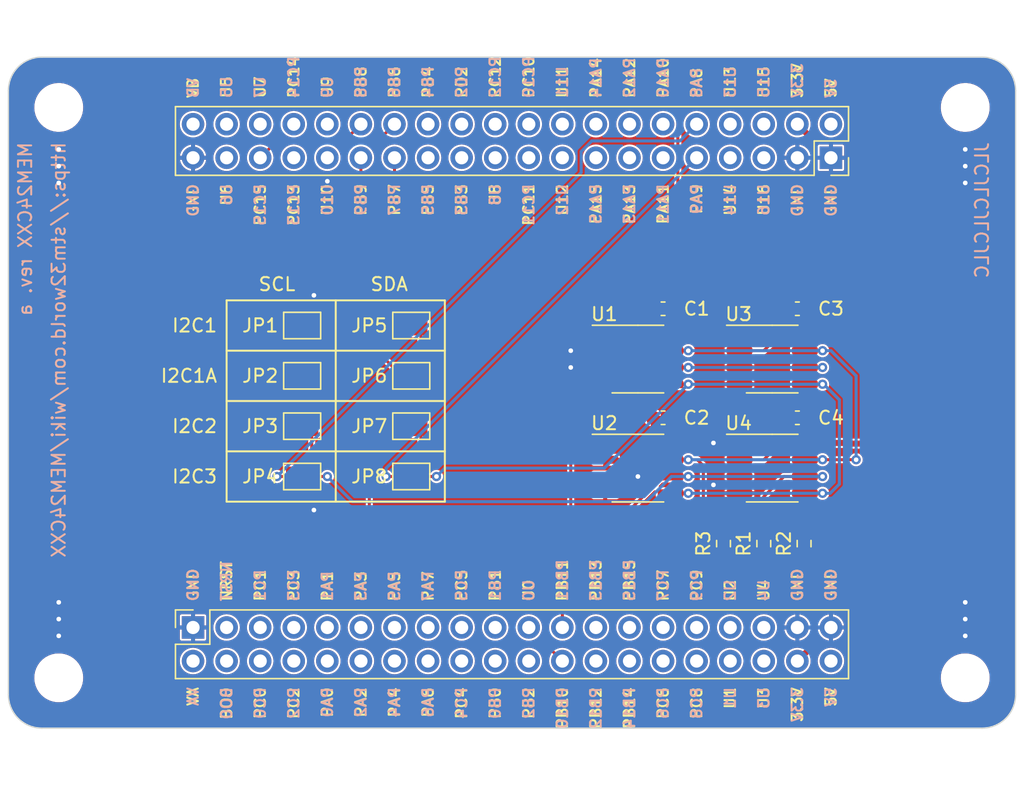
<source format=kicad_pcb>
(kicad_pcb (version 20221018) (generator pcbnew)
  (layers (0 "F.Cu" signal) (31 "B.Cu" signal) (34 "B.Paste" user) (35 "F.Paste" user) (36 "B.SilkS" user "B.Silkscreen") (37 "F.SilkS" user "F.Silkscreen") (38 "B.Mask" user) (39 "F.Mask" user) (44 "Edge.Cuts" user))
  (property "AUTHOR" "Lars Boegild Thomsen")
  (property "AUTHOR_EMAIL" "lbthomsen@gmail.com")
  (property "COMPANY" "STM32World")
  (property "NAME" "MEM24CXX")
  (property "REV" "a")
  (property "REVISION" "a")
  (property "TITLE" "MEM24CXX")
  (property "URL" "https://stm32world.com/wiki/MEM24CXX")
  (net 0 "")
  (net 1 "GND")
  (net 2 "SDA2")
  (net 3 "SCL2")
  (net 4 "+3V3")
  (net 5 "SDA3")
  (net 6 "SCL3")
  (net 7 "SDA1")
  (net 8 "SCL1")
  (net 9 "SDA1A")
  (net 10 "SCL1A")
  (net 21 "SDA")
  (net 22 "SCL")
  (net 23 "WP")
  (footprint "Package_SO:SOIC-8_3.9x4.9mm_P1.27mm" (layer "F.Cu") (at 203.835 126.365)
    (fp_text reference "U4")
    (fp_text value "M24M01")
  )
  (footprint "Package_SO:SOIC-8_3.9x4.9mm_P1.27mm" (layer "F.Cu") (at 193.675 118.11)
    (fp_text reference "U1")
    (fp_text value "M24M01")
  )
  (footprint "Jumper:SolderJumper-2_P1.3mm_Open_TrianglePad1.0x1.5mm" (layer "F.Cu") (at 168.275 123.19)
    (fp_text reference "JP3")
    (fp_text value "~")
  )
  (footprint "Capacitor_SMD:C_0603_1608Metric" (layer "F.Cu") (at 205.74 114.3 180)
    (fp_text reference "C3")
    (fp_text value "100nF")
  )
  (footprint "Jumper:SolderJumper-2_P1.3mm_Open_TrianglePad1.0x1.5mm" (layer "F.Cu") (at 168.275 115.57)
    (fp_text reference "JP1")
    (fp_text value "~")
  )
  (footprint "Jumper:SolderJumper-2_P1.3mm_Open_TrianglePad1.0x1.5mm" (layer "F.Cu") (at 176.53 127)
    (fp_text reference "JP8")
    (fp_text value "~")
  )
  (footprint "stm32world:STM32WORLD_BOARD" (layer "F.Cu") (at 184.15 120.65)
    (fp_text reference "J3" hide)
    (fp_text value "STM32WORLD_BASE")
  )
  (footprint "Jumper:SolderJumper-2_P1.3mm_Open_TrianglePad1.0x1.5mm" (layer "F.Cu") (at 168.275 127)
    (fp_text reference "JP4")
    (fp_text value "~")
  )
  (footprint "Jumper:SolderJumper-2_P1.3mm_Open_TrianglePad1.0x1.5mm" (layer "F.Cu") (at 176.53 123.19)
    (fp_text reference "JP7")
    (fp_text value "~")
  )
  (footprint "stm32world:PinSocket_2x20_P2.54mm_Vertical_Stackable" (layer "F.Cu") (at 208.28 102.87 -90)
    (fp_text reference "J2" hide)
    (fp_text value "STM32WORLD_CONNECTOR_2")
  )
  (footprint "Capacitor_SMD:C_0603_1608Metric" (layer "F.Cu") (at 195.58 122.555 180)
    (fp_text reference "C2")
    (fp_text value "100nF")
  )
  (footprint "Resistor_SMD:R_0603_1608Metric" (layer "F.Cu") (at 203.2 132.08 90)
    (fp_text reference "R1")
    (fp_text value "4k7")
  )
  (footprint "Package_SO:SOIC-8_3.9x4.9mm_P1.27mm" (layer "F.Cu") (at 203.835 118.11)
    (fp_text reference "U3")
    (fp_text value "M24M01")
  )
  (footprint "Resistor_SMD:R_0603_1608Metric" (layer "F.Cu") (at 200.152 132.08 -90)
    (fp_text reference "R3")
    (fp_text value "4k7")
  )
  (footprint "Jumper:SolderJumper-2_P1.3mm_Open_TrianglePad1.0x1.5mm" (layer "F.Cu") (at 176.53 115.57)
    (fp_text reference "JP5")
    (fp_text value "~")
  )
  (footprint "Capacitor_SMD:C_0603_1608Metric" (layer "F.Cu") (at 195.58 114.3 180)
    (fp_text reference "C1")
    (fp_text value "100nF")
  )
  (footprint "Capacitor_SMD:C_0603_1608Metric" (layer "F.Cu") (at 205.74 122.555 180)
    (fp_text reference "C4")
    (fp_text value "100nF")
  )
  (footprint "Jumper:SolderJumper-2_P1.3mm_Open_TrianglePad1.0x1.5mm" (layer "F.Cu") (at 168.275 119.38)
    (fp_text reference "JP2")
    (fp_text value "~")
  )
  (footprint "Jumper:SolderJumper-2_P1.3mm_Open_TrianglePad1.0x1.5mm" (layer "F.Cu") (at 176.53 119.38)
    (fp_text reference "JP6")
    (fp_text value "~")
  )
  (footprint "Package_SO:SOIC-8_3.9x4.9mm_P1.27mm" (layer "F.Cu") (at 193.675 126.365)
    (fp_text reference "U2")
    (fp_text value "M24M01")
  )
  (footprint "Resistor_SMD:R_0603_1608Metric" (layer "F.Cu") (at 206.248 132.08 90)
    (fp_text reference "R2")
    (fp_text value "4k7")
  )
  (footprint "stm32world:PinSocket_2x20_P2.54mm_Vertical_Stackable" (layer "F.Cu") (at 160.02 138.43 90)
    (fp_text reference "J1" hide)
    (fp_text value "STM32WORLD_CONNECTOR_1")
  )
  (gr_line (start 179.07 113.665) (end 179.07 128.905) (stroke (width 0.15)) (layer "F.SilkS"))
  (gr_line (start 170.815 128.905) (end 162.56 128.905) (stroke (width 0.15)) (layer "F.SilkS"))
  (gr_line (start 162.56 117.475) (end 170.815 117.475) (stroke (width 0.15)) (layer "F.SilkS"))
  (gr_line (start 162.56 113.665) (end 170.815 113.665) (stroke (width 0.15)) (layer "F.SilkS"))
  (gr_line (start 179.07 121.285) (end 170.815 121.285) (stroke (width 0.15)) (layer "F.SilkS"))
  (gr_line (start 170.815 113.665) (end 170.815 128.905) (stroke (width 0.15)) (layer "F.SilkS"))
  (gr_line (start 170.815 113.665) (end 179.07 113.665) (stroke (width 0.15)) (layer "F.SilkS"))
  (gr_line (start 179.07 128.905) (end 170.815 128.905) (stroke (width 0.15)) (layer "F.SilkS"))
  (gr_line (start 179.07 125.095) (end 170.815 125.095) (stroke (width 0.15)) (layer "F.SilkS"))
  (gr_line (start 162.56 121.285) (end 170.815 121.285) (stroke (width 0.15)) (layer "F.SilkS"))
  (gr_line (start 179.07 117.475) (end 170.815 117.475) (stroke (width 0.15)) (layer "F.SilkS"))
  (gr_line (start 162.56 128.905) (end 162.56 113.665) (stroke (width 0.15)) (layer "F.SilkS"))
  (gr_line (start 162.56 125.095) (end 170.815 125.095) (stroke (width 0.15)) (layer "F.SilkS"))
  (gr_line (start 148.59 146.05) (end 219.71 146.05) (stroke (width 0.1)) (layer "Edge.Cuts"))
  (gr_arc (start 148.59 146.05) (mid 146.793949 145.306051) (end 146.05 143.51) (stroke (width 0.1)) (layer "Edge.Cuts"))
  (gr_arc (start 219.71 95.25) (mid 221.506051 95.993949) (end 222.25 97.79) (stroke (width 0.1)) (layer "Edge.Cuts"))
  (gr_arc (start 146.05 97.79) (mid 146.793949 95.993949) (end 148.59 95.25) (stroke (width 0.1)) (layer "Edge.Cuts"))
  (gr_line (start 219.71 95.25) (end 148.59 95.25) (stroke (width 0.1)) (layer "Edge.Cuts"))
  (gr_arc (start 222.25 143.51) (mid 221.506051 145.306051) (end 219.71 146.05) (stroke (width 0.1)) (layer "Edge.Cuts"))
  (gr_line (start 222.25 143.51) (end 222.25 97.79) (stroke (width 0.1)) (layer "Edge.Cuts"))
  (gr_line (start 146.05 97.79) (end 146.05 143.51) (stroke (width 0.1)) (layer "Edge.Cuts"))
  (gr_text "I2C3" (at 161.925 127) (layer "F.SilkS") (effects (font (size 1 1)) (justify right)))
  (gr_text "I2C2" (at 161.925 123.19) (layer "F.SilkS") (effects (font (size 1 1)) (justify right)))
  (gr_text "SCL" (at 166.37 113.03) (layer "F.SilkS") (effects (font (size 1 1)) (justify bottom)))
  (gr_text "I2C1" (at 161.925 115.57) (layer "F.SilkS") (effects (font (size 1 1)) (justify right)))
  (gr_text "SDA" (at 173.355 113.03) (layer "F.SilkS") (effects (font (size 1 1)) (justify left bottom)))
  (gr_text "I2C1A" (at 161.925 119.38) (layer "F.SilkS") (effects (font (size 1 1)) (justify right)))
  (via (at 218.44 103.505) (size 0.7) (drill 0.35) (layers "F.Cu" "B.Cu") (net 1))
  (via (at 199.39 127.635) (size 0.7) (drill 0.35) (layers "F.Cu" "B.Cu") (net 1))
  (via (at 149.86 136.525) (size 0.7) (drill 0.35) (layers "F.Cu" "B.Cu") (net 1))
  (via (at 149.86 104.775) (size 0.7) (drill 0.35) (layers "F.Cu" "B.Cu") (net 1))
  (via (at 218.44 104.775) (size 0.7) (drill 0.35) (layers "F.Cu" "B.Cu") (net 1))
  (via (at 218.44 137.795) (size 0.7) (drill 0.35) (layers "F.Cu" "B.Cu") (net 1))
  (via (at 188.595 118.745) (size 0.7) (drill 0.35) (layers "F.Cu" "B.Cu") (net 1))
  (via (at 169.164 129.54) (size 0.7) (drill 0.35) (layers "F.Cu" "B.Cu") (net 1))
  (via (at 170.18 104.648) (size 0.7) (drill 0.35) (layers "F.Cu" "B.Cu") (net 1))
  (via (at 169.164 113.284) (size 0.7) (drill 0.35) (layers "F.Cu" "B.Cu") (net 1))
  (via (at 149.86 139.065) (size 0.7) (drill 0.35) (layers "F.Cu" "B.Cu") (net 1))
  (via (at 149.86 102.235) (size 0.7) (drill 0.35) (layers "F.Cu" "B.Cu") (net 1))
  (via (at 218.44 136.525) (size 0.7) (drill 0.35) (layers "F.Cu" "B.Cu") (net 1))
  (via (at 218.44 102.235) (size 0.7) (drill 0.35) (layers "F.Cu" "B.Cu") (net 1))
  (via (at 149.86 103.505) (size 0.7) (drill 0.35) (layers "F.Cu" "B.Cu") (net 1))
  (via (at 199.39 124.46) (size 0.7) (drill 0.35) (layers "F.Cu" "B.Cu") (net 1))
  (via (at 218.44 139.065) (size 0.7) (drill 0.35) (layers "F.Cu" "B.Cu") (net 1))
  (via (at 149.86 137.795) (size 0.7) (drill 0.35) (layers "F.Cu" "B.Cu") (net 1))
  (via (at 188.595 117.475) (size 0.7) (drill 0.35) (layers "F.Cu" "B.Cu") (net 1))
  (via (at 193.675 127) (size 0.7) (drill 0.35) (layers "F.Cu" "B.Cu") (net 1))
  (segment (start 175.805 123.19) (end 175.805 123.28) (width 0.2286) (layer "F.Cu") (net 2))
  (segment (start 173.355 125.73) (end 173.355 129.54) (width 0.2286) (layer "F.Cu") (net 2))
  (segment (start 173.355 129.54) (end 174.9475 131.1325) (width 0.2286) (layer "F.Cu") (net 2))
  (segment (start 187.96 138.43) (end 187.96 135.98) (width 0.2286) (layer "F.Cu") (net 2))
  (segment (start 187.96 135.98) (end 183.1125 131.1325) (width 0.2286) (layer "F.Cu") (net 2))
  (segment (start 175.805 123.28) (end 173.355 125.73) (width 0.2286) (layer "F.Cu") (net 2))
  (segment (start 183.1125 131.1325) (end 174.9475 131.1325) (width 0.2286) (layer "F.Cu") (net 2))
  (segment (start 182.37 132.61) (end 168.17 132.61) (width 0.2286) (layer "F.Cu") (net 3))
  (segment (start 165.1 123.19) (end 167.55 123.19) (width 0.2286) (layer "F.Cu") (net 3))
  (segment (start 187.96 140.97) (end 186.8433 139.8533) (width 0.2286) (layer "F.Cu") (net 3))
  (segment (start 186.8433 139.8533) (end 186.8433 137.0833) (width 0.2286) (layer "F.Cu") (net 3))
  (segment (start 163.83 128.27) (end 163.83 124.46) (width 0.2286) (layer "F.Cu") (net 3))
  (segment (start 186.8433 137.0833) (end 182.37 132.61) (width 0.2286) (layer "F.Cu") (net 3))
  (segment (start 168.17 132.61) (end 163.83 128.27) (width 0.2286) (layer "F.Cu") (net 3))
  (segment (start 163.83 124.46) (end 165.1 123.19) (width 0.2286) (layer "F.Cu") (net 3))
  (segment (start 204.47 116.205) (end 206.31 116.205) (width 0.4572) (layer "F.Cu") (net 4))
  (segment (start 208.335 132.89) (end 211.455 129.77) (width 0.4572) (layer "F.Cu") (net 4))
  (segment (start 211.455 129.77) (end 211.455 124.51) (width 0.4572) (layer "F.Cu") (net 4))
  (segment (start 196.355 116) (end 196.15 116.205) (width 0.4572) (layer "F.Cu") (net 4))
  (segment (start 206.248 132.905) (end 206.263 132.89) (width 0.4572) (layer "F.Cu") (net 4))
  (segment (start 206.335 116.23) (end 209.075 116.23) (width 0.4572) (layer "F.Cu") (net 4))
  (segment (start 206.31 124.46) (end 204.47 124.46) (width 0.4572) (layer "F.Cu") (net 4))
  (segment (start 196.355 122.555) (end 196.355 124.255) (width 0.4572) (layer "F.Cu") (net 4))
  (segment (start 198.534 123.411) (end 197.485 124.46) (width 0.4572) (layer "F.Cu") (net 4))
  (segment (start 206.971 101.561) (end 206.971 107.73) (width 0.4572) (layer "F.Cu") (net 4))
  (segment (start 206.263 132.89) (end 208.335 132.89) (width 0.4572) (layer "F.Cu") (net 4))
  (segment (start 204.47 116.205) (end 202.875 114.61) (width 0.4572) (layer "F.Cu") (net 4))
  (segment (start 203.708 132.905) (end 206.248 132.905) (width 0.2286) (layer "F.Cu") (net 4))
  (segment (start 204.47 124.46) (end 203.421 123.411) (width 0.4572) (layer "F.Cu") (net 4))
  (segment (start 206.515 108.186) (end 206.971 107.73) (width 0.4572) (layer "F.Cu") (net 4))
  (segment (start 192.024 127) (end 194.564 124.46) (width 0.2286) (layer "F.Cu") (net 4))
  (segment (start 211.455 124.51) (end 209.49 124.51) (width 0.4572) (layer "F.Cu") (net 4))
  (segment (start 206.515 114.3) (end 206.515 116) (width 0.4572) (layer "F.Cu") (net 4))
  (segment (start 202.875 114.61) (end 199.669 114.61) (width 0.4572) (layer "F.Cu") (net 4))
  (segment (start 194.564 124.46) (end 196.15 124.46) (width 0.2286) (layer "F.Cu") (net 4))
  (segment (start 205.74 140.97) (end 207.049 139.661) (width 0.4572) (layer "F.Cu") (net 4))
  (segment (start 206.515 124.255) (end 206.31 124.46) (width 0.4572) (layer "F.Cu") (net 4))
  (segment (start 207.049 139.661) (end 207.049 136.49) (width 0.4572) (layer "F.Cu") (net 4))
  (segment (start 206.248 132.905) (end 206.36 133.017) (width 0.4572) (layer "F.Cu") (net 4))
  (segment (start 206.36 133.017) (end 206.36 135.801) (width 0.4572) (layer "F.Cu") (net 4))
  (segment (start 191.2 127) (end 192.024 127) (width 0.2286) (layer "F.Cu") (net 4))
  (segment (start 203.421 123.411) (end 198.534 123.411) (width 0.4572) (layer "F.Cu") (net 4))
  (segment (start 197.485 124.46) (end 196.15 124.46) (width 0.4572) (layer "F.Cu") (net 4))
  (segment (start 206.515 122.555) (end 206.515 124.255) (width 0.4572) (layer "F.Cu") (net 4))
  (segment (start 201.36 117.475) (end 203.2 117.475) (width 0.2286) (layer "F.Cu") (net 4))
  (segment (start 196.355 124.255) (end 196.15 124.46) (width 0.4572) (layer "F.Cu") (net 4))
  (segment (start 211.455 118.61) (end 211.455 124.51) (width 0.4572) (layer "F.Cu") (net 4))
  (segment (start 206.515 116) (end 206.31 116.205) (width 0.4572) (layer "F.Cu") (net 4))
  (segment (start 206.515 114.3) (end 206.515 108.186) (width 0.4572) (layer "F.Cu") (net 4))
  (segment (start 201.36 125.73) (end 203.2 125.73) (width 0.2286) (layer "F.Cu") (net 4))
  (segment (start 206.36 135.801) (end 207.049 136.49) (width 0.4572) (layer "F.Cu") (net 4))
  (segment (start 198.074 116.205) (end 196.15 116.205) (width 0.4572) (layer "F.Cu") (net 4))
  (segment (start 199.669 114.61) (end 198.074 116.205) (width 0.4572) (layer "F.Cu") (net 4))
  (segment (start 206.31 116.205) (end 206.335 116.23) (width 0.4572) (layer "F.Cu") (net 4))
  (segment (start 209.44 124.46) (end 209.49 124.51) (width 0.4572) (layer "F.Cu") (net 4))
  (segment (start 201.36 125.73) (end 201.36 127) (width 0.2286) (layer "F.Cu") (net 4))
  (segment (start 209.075 116.23) (end 211.455 118.61) (width 0.4572) (layer "F.Cu") (net 4))
  (segment (start 206.31 124.46) (end 209.44 124.46) (width 0.4572) (layer "F.Cu") (net 4))
  (segment (start 205.74 100.33) (end 206.971 101.561) (width 0.4572) (layer "F.Cu") (net 4))
  (segment (start 203.2 117.475) (end 204.47 116.205) (width 0.2286) (layer "F.Cu") (net 4))
  (segment (start 203.2 125.73) (end 204.47 124.46) (width 0.2286) (layer "F.Cu") (net 4))
  (segment (start 196.355 114.3) (end 196.355 116) (width 0.4572) (layer "F.Cu") (net 4))
  (segment (start 175.805 127) (end 174.625 127) (width 0.2286) (layer "F.Cu") (net 5))
  (via (at 174.625 127) (size 0.7) (drill 0.35) (layers "F.Cu" "B.Cu") (net 5))
  (segment (start 174.625 126.365) (end 198.12 102.87) (width 0.2286) (layer "B.Cu") (net 5))
  (segment (start 174.625 127) (end 174.625 126.365) (width 0.2286) (layer "B.Cu") (net 5))
  (segment (start 167.55 127) (end 166.37 127) (width 0.2286) (layer "F.Cu") (net 6))
  (via (at 166.37 127) (size 0.7) (drill 0.35) (layers "F.Cu" "B.Cu") (net 6))
  (segment (start 166.37 127) (end 189.3833 103.9867) (width 0.2286) (layer "B.Cu") (net 6))
  (segment (start 196.85 101.6) (end 198.12 100.33) (width 0.2286) (layer "B.Cu") (net 6))
  (segment (start 189.3833 103.9867) (end 189.3833 102.407447) (width 0.2286) (layer "B.Cu") (net 6))
  (segment (start 190.190747 101.6) (end 196.85 101.6) (width 0.2286) (layer "B.Cu") (net 6))
  (segment (start 189.3833 102.407447) (end 190.190747 101.6) (width 0.2286) (layer "B.Cu") (net 6))
  (segment (start 175.805 115.57) (end 175.26 115.025) (width 0.2286) (layer "F.Cu") (net 7))
  (segment (start 175.26 115.025) (end 175.26 102.87) (width 0.2286) (layer "F.Cu") (net 7))
  (segment (start 172.410747 101.6) (end 171.6033 102.407447) (width 0.2286) (layer "F.Cu") (net 8))
  (segment (start 167.55 110.236) (end 167.55 115.57) (width 0.2286) (layer "F.Cu") (net 8))
  (segment (start 173.99 101.6) (end 172.410747 101.6) (width 0.2286) (layer "F.Cu") (net 8))
  (segment (start 171.6033 102.407447) (end 171.6033 106.1827) (width 0.2286) (layer "F.Cu") (net 8))
  (segment (start 171.6033 106.1827) (end 167.55 110.236) (width 0.2286) (layer "F.Cu") (net 8))
  (segment (start 175.26 100.33) (end 173.99 101.6) (width 0.2286) (layer "F.Cu") (net 8))
  (segment (start 172.72 116.295) (end 172.72 102.87) (width 0.2286) (layer "F.Cu") (net 9))
  (segment (start 175.805 119.38) (end 172.72 116.295) (width 0.2286) (layer "F.Cu") (net 9))
  (segment (start 166.116 119.38) (end 165.608 118.872) (width 0.2286) (layer "F.Cu") (net 10))
  (segment (start 165.608 118.872) (end 165.608 106.807) (width 0.2286) (layer "F.Cu") (net 10))
  (segment (start 171.45 101.6) (end 172.72 100.33) (width 0.2286) (layer "F.Cu") (net 10))
  (segment (start 167.55 119.38) (end 166.116 119.38) (width 0.2286) (layer "F.Cu") (net 10))
  (segment (start 169.870747 101.6) (end 171.45 101.6) (width 0.2286) (layer "F.Cu") (net 10))
  (segment (start 165.608 106.807) (end 169.0633 103.3517) (width 0.2286) (layer "F.Cu") (net 10))
  (segment (start 169.0633 103.3517) (end 169.0633 102.407447) (width 0.2286) (layer "F.Cu") (net 10))
  (segment (start 169.0633 102.407447) (end 169.870747 101.6) (width 0.2286) (layer "F.Cu") (net 10))
  (segment (start 207.645 120.015) (end 206.31 120.015) (width 0.2286) (layer "F.Cu") (net 21))
  (segment (start 206.31 131.193) (end 206.248 131.255) (width 0.2286) (layer "F.Cu") (net 21))
  (segment (start 177.255 119.38) (end 177.255 123.19) (width 0.2286) (layer "F.Cu") (net 21))
  (segment (start 177.255 127) (end 178.435 127) (width 0.2286) (layer "F.Cu") (net 21))
  (segment (start 196.15 128.27) (end 197.485 128.27) (width 0.2286) (layer "F.Cu") (net 21))
  (segment (start 207.645 128.27) (end 206.31 128.27) (width 0.2286) (layer "F.Cu") (net 21))
  (segment (start 177.255 123.19) (end 177.255 127) (width 0.2286) (layer "F.Cu") (net 21))
  (segment (start 206.31 128.27) (end 206.31 131.193) (width 0.2286) (layer "F.Cu") (net 21))
  (segment (start 196.15 120.015) (end 197.485 120.015) (width 0.2286) (layer "F.Cu") (net 21))
  (segment (start 177.255 115.57) (end 177.255 119.38) (width 0.2286) (layer "F.Cu") (net 21))
  (via (at 178.435 127) (size 0.7) (drill 0.35) (layers "F.Cu" "B.Cu") (net 21))
  (via (at 197.485 120.015) (size 0.7) (drill 0.35) (layers "F.Cu" "B.Cu") (net 21))
  (via (at 207.645 120.015) (size 0.7) (drill 0.35) (layers "F.Cu" "B.Cu") (net 21))
  (via (at 197.485 128.27) (size 0.7) (drill 0.35) (layers "F.Cu" "B.Cu") (net 21))
  (via (at 207.645 128.27) (size 0.7) (drill 0.35) (layers "F.Cu" "B.Cu") (net 21))
  (segment (start 179.07 126.365) (end 178.435 127) (width 0.2286) (layer "B.Cu") (net 21))
  (segment (start 208.915 127.575) (end 208.915 121.195) (width 0.2286) (layer "B.Cu") (net 21))
  (segment (start 191.135 126.365) (end 197.485 120.015) (width 0.2286) (layer "B.Cu") (net 21))
  (segment (start 207.645 128.27) (end 208.22 128.27) (width 0.2286) (layer "B.Cu") (net 21))
  (segment (start 207.69 119.97) (end 207.645 120.015) (width 0.2286) (layer "B.Cu") (net 21))
  (segment (start 208.22 128.27) (end 208.915 127.575) (width 0.2286) (layer "B.Cu") (net 21))
  (segment (start 208.915 121.195) (end 207.69 119.97) (width 0.2286) (layer "B.Cu") (net 21))
  (segment (start 197.485 120.015) (end 207.645 120.015) (width 0.2286) (layer "B.Cu") (net 21))
  (segment (start 197.485 128.27) (end 207.645 128.27) (width 0.2286) (layer "B.Cu") (net 21))
  (segment (start 191.135 126.365) (end 179.07 126.365) (width 0.2286) (layer "B.Cu") (net 21))
  (segment (start 195.58 127) (end 196.15 127) (width 0.2286) (layer "F.Cu") (net 22))
  (segment (start 169 119.38) (end 169 123.19) (width 0.2286) (layer "F.Cu") (net 22))
  (segment (start 207.645 118.745) (end 206.31 118.745) (width 0.2286) (layer "F.Cu") (net 22))
  (segment (start 203.2 131.255) (end 203.2 128.524) (width 0.2286) (layer "F.Cu") (net 22))
  (segment (start 195.855697 118.745) (end 192.680697 121.92) (width 0.2286) (layer "F.Cu") (net 22))
  (segment (start 169 123.19) (end 169 127) (width 0.2286) (layer "F.Cu") (net 22))
  (segment (start 169 127) (end 170.18 127) (width 0.2286) (layer "F.Cu") (net 22))
  (segment (start 207.645 127) (end 206.31 127) (width 0.2286) (layer "F.Cu") (net 22))
  (segment (start 192.680697 121.92) (end 189.865 121.92) (width 0.2286) (layer "F.Cu") (net 22))
  (segment (start 189.23 130.175) (end 192.405 130.175) (width 0.2286) (layer "F.Cu") (net 22))
  (segment (start 188.595 123.19) (end 188.595 129.54) (width 0.2286) (layer "F.Cu") (net 22))
  (segment (start 196.15 118.745) (end 197.485 118.745) (width 0.2286) (layer "F.Cu") (net 22))
  (segment (start 203.2 128.524) (end 204.724 127) (width 0.2286) (layer "F.Cu") (net 22))
  (segment (start 189.865 121.92) (end 188.595 123.19) (width 0.2286) (layer "F.Cu") (net 22))
  (segment (start 204.724 127) (end 206.31 127) (width 0.2286) (layer "F.Cu") (net 22))
  (segment (start 169 115.57) (end 169 119.38) (width 0.2286) (layer "F.Cu") (net 22))
  (segment (start 188.595 129.54) (end 189.23 130.175) (width 0.2286) (layer "F.Cu") (net 22))
  (segment (start 196.15 118.745) (end 195.855697 118.745) (width 0.2286) (layer "F.Cu") (net 22))
  (segment (start 196.15 127) (end 197.485 127) (width 0.2286) (layer "F.Cu") (net 22))
  (segment (start 192.405 130.175) (end 195.58 127) (width 0.2286) (layer "F.Cu") (net 22))
  (via (at 197.485 118.745) (size 0.7) (drill 0.35) (layers "F.Cu" "B.Cu") (net 22))
  (via (at 207.645 127) (size 0.7) (drill 0.35) (layers "F.Cu" "B.Cu") (net 22))
  (via (at 207.645 118.745) (size 0.7) (drill 0.35) (layers "F.Cu" "B.Cu") (net 22))
  (via (at 197.485 127) (size 0.7) (drill 0.35) (layers "F.Cu" "B.Cu") (net 22))
  (via (at 170.18 127) (size 0.7) (drill 0.35) (layers "F.Cu" "B.Cu") (net 22))
  (segment (start 170.18 127) (end 172.085 128.905) (width 0.2286) (layer "B.Cu") (net 22))
  (segment (start 172.085 128.905) (end 194.31 128.905) (width 0.2286) (layer "B.Cu") (net 22))
  (segment (start 197.485 127) (end 207.645 127) (width 0.2286) (layer "B.Cu") (net 22))
  (segment (start 197.485 127) (end 196.215 127) (width 0.2286) (layer "B.Cu") (net 22))
  (segment (start 196.215 127) (end 194.31 128.905) (width 0.2286) (layer "B.Cu") (net 22))
  (segment (start 197.485 118.745) (end 207.645 118.745) (width 0.2286) (layer "B.Cu") (net 22))
  (segment (start 193.495348 112.421352) (end 196.6967 109.22) (width 0.2286) (layer "F.Cu") (net 23))
  (segment (start 194.564 97.536) (end 167.64 97.536) (width 0.2286) (layer "F.Cu") (net 23))
  (segment (start 207.645 125.73) (end 210.185 125.73) (width 0.2286) (layer "F.Cu") (net 23))
  (segment (start 196.6967 99.6687) (end 194.564 97.536) (width 0.2286) (layer "F.Cu") (net 23))
  (segment (start 196.15 125.73) (end 197.485 125.73) (width 0.2286) (layer "F.Cu") (net 23))
  (segment (start 196.15 117.475) (end 194.225 117.475) (width 0.2286) (layer "F.Cu") (net 23))
  (segment (start 166.5233 98.6527) (end 166.5233 101.4467) (width 0.2286) (layer "F.Cu") (net 23))
  (segment (start 194.225 117.475) (end 193.495348 116.745348) (width 0.2286) (layer "F.Cu") (net 23))
  (segment (start 167.64 97.536) (end 166.5233 98.6527) (width 0.2286) (layer "F.Cu") (net 23))
  (segment (start 207.645 125.73) (end 206.31 125.73) (width 0.2286) (layer "F.Cu") (net 23))
  (segment (start 196.6967 109.22) (end 196.6967 99.6687) (width 0.2286) (layer "F.Cu") (net 23))
  (segment (start 207.645 117.475) (end 206.31 117.475) (width 0.2286) (layer "F.Cu") (net 23))
  (segment (start 193.495348 116.745348) (end 193.495348 112.421352) (width 0.2286) (layer "F.Cu") (net 23))
  (segment (start 198.17 125.73) (end 197.485 125.73) (width 0.2286) (layer "F.Cu") (net 23))
  (segment (start 198.628 126.188) (end 198.17 125.73) (width 0.2286) (layer "F.Cu") (net 23))
  (segment (start 196.15 117.475) (end 197.485 117.475) (width 0.2286) (layer "F.Cu") (net 23))
  (segment (start 166.5233 101.4467) (end 165.1 102.87) (width 0.2286) (layer "F.Cu") (net 23))
  (segment (start 198.628 129.731) (end 198.628 126.188) (width 0.2286) (layer "F.Cu") (net 23))
  (segment (start 200.152 131.255) (end 198.628 129.731) (width 0.2286) (layer "F.Cu") (net 23))
  (via (at 207.645 125.73) (size 0.7) (drill 0.35) (layers "F.Cu" "B.Cu") (net 23))
  (via (at 197.485 117.475) (size 0.7) (drill 0.35) (layers "F.Cu" "B.Cu") (net 23))
  (via (at 210.185 125.73) (size 0.7) (drill 0.35) (layers "F.Cu" "B.Cu") (net 23))
  (via (at 197.485 125.73) (size 0.7) (drill 0.35) (layers "F.Cu" "B.Cu") (net 23))
  (via (at 207.645 117.475) (size 0.7) (drill 0.35) (layers "F.Cu" "B.Cu") (net 23))
  (segment (start 210.185 119.38) (end 208.28 117.475) (width 0.2286) (layer "B.Cu") (net 23))
  (segment (start 208.28 117.475) (end 207.645 117.475) (width 0.2286) (layer "B.Cu") (net 23))
  (segment (start 197.485 125.73) (end 207.645 125.73) (width 0.2286) (layer "B.Cu") (net 23))
  (segment (start 210.185 125.73) (end 210.185 119.38) (width 0.2286) (layer "B.Cu") (net 23))
  (segment (start 197.485 117.475) (end 207.645 117.475) (width 0.2286) (layer "B.Cu") (net 23))
  (zone (net 1) (net_name "GND") (layers "F&B.Cu") (connect_pads (clearance 0.1524)) (min_thickness 0.1524) (fill yes (thermal_gap 0.1524) (thermal_bridge_width 0.3048))
    (polygon (pts (xy 145.415 94.615) (xy 222.885 94.615) (xy 222.885 146.685) (xy 145.415 146.685)))
  )
)
</source>
